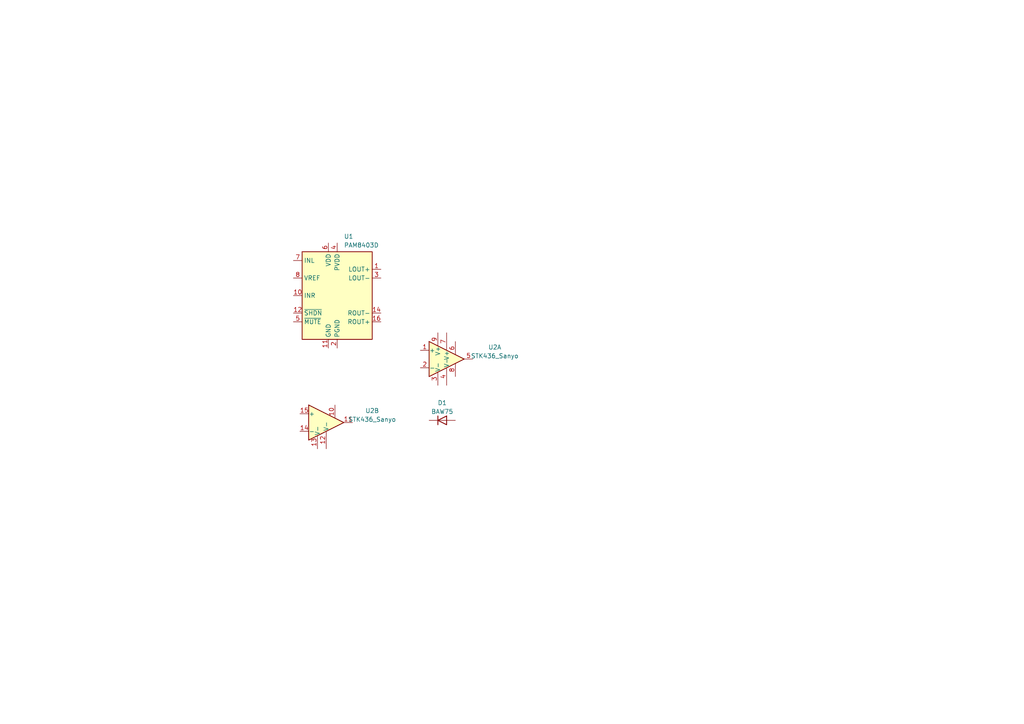
<source format=kicad_sch>
(kicad_sch (version 20230121) (generator eeschema)
  (paper "A4")
  (lib_symbols
    (symbol "Amplifier_Audio:PAM8403D"
      (property "Reference" "U" (at 1.27 16.51 0))
      (property "Value" "PAM8403D" (at 6.096 14.224 0))
      (symbol "PAM8403D_0_1"
        (rectangle (start -10.16 12.7) (end 10.16 -12.7) (stroke (width 0.254)) (fill (type background)))
      )
      (symbol "PAM8403D_1_1"
        (pin output line (at 12.7 7.62 180) (length 2.54) (name "LOUT+") (number "1"))
        (pin input line (at -12.7 0 0) (length 2.54) (name "INR") (number "10"))
        (pin power_in line (at -2.54 -15.24 90) (length 2.54) (name "GND") (number "11"))
        (pin input line (at -12.7 -5.08 0) (length 2.54) (name "~{SHDN}") (number "12"))
        (pin passive line (at 0 15.24 270) (length 2.54) hide (name "PVDD") (number "13"))
        (pin output line (at 12.7 -5.08 180) (length 2.54) (name "ROUT-") (number "14"))
        (pin passive line (at 0 -15.24 90) (length 2.54) hide (name "PGND") (number "15"))
        (pin output line (at 12.7 -7.62 180) (length 2.54) (name "ROUT+") (number "16"))
        (pin power_in line (at 0 -15.24 90) (length 2.54) (name "PGND") (number "2"))
        (pin output line (at 12.7 5.08 180) (length 2.54) (name "LOUT-") (number "3"))
        (pin power_in line (at 0 15.24 270) (length 2.54) (name "PVDD") (number "4"))
        (pin input line (at -12.7 -7.62 0) (length 2.54) (name "~{MUTE}") (number "5"))
        (pin power_in line (at -2.54 15.24 270) (length 2.54) (name "VDD") (number "6"))
        (pin input line (at -12.7 10.16 0) (length 2.54) (name "INL") (number "7"))
        (pin input line (at -12.7 5.08 0) (length 2.54) (name "VREF") (number "8"))
        (pin no_connect line (at 10.16 -10.16 180) (length 2.54) hide (name "NC") (number "9"))
      )
    )
    (symbol "Amplifier_Audio:STK436_Sanyo" (pin_names (offset 0.0254))
      (property "Reference" "U" (at 3.81 5.08 0))
      (property "Value" "STK436_Sanyo" (at 3.81 2.54 0))
      (symbol "STK436_Sanyo_0_1"
        (polyline (pts (xy -5.08 5.08) (xy 5.08 0) (xy -5.08 -5.08) (xy -5.08 5.08)) (stroke (width 0.254)) (fill (type background)))
      )
      (symbol "STK436_Sanyo_1_1"
        (pin input line (at -7.62 2.54 0) (length 2.54) (name "+") (number "1"))
        (pin input line (at -7.62 -2.54 0) (length 2.54) (name "-") (number "2"))
        (pin power_in line (at -2.54 -7.62 90) (length 3.81) (name "V-") (number "3"))
        (pin power_in line (at 0 -7.62 90) (length 5.08) (name "V-") (number "4"))
        (pin output line (at 7.62 0 180) (length 2.54) (name "~") (number "5"))
        (pin passive line (at 2.54 5.08 270) (length 3.81) (name "~") (number "6"))
        (pin power_in line (at 0 7.62 270) (length 5.08) (name "V+") (number "7"))
        (pin power_in line (at 2.54 -5.08 90) (length 3.81) (name "~") (number "8"))
        (pin power_in line (at -2.54 7.62 270) (length 3.81) (name "V+") (number "9"))
      )
      (symbol "STK436_Sanyo_2_1"
        (pin passive line (at 2.54 5.08 270) (length 3.81) (name "~") (number "10"))
        (pin output line (at 7.62 0 180) (length 2.54) (name "~") (number "11"))
        (pin power_in line (at 0 -7.62 90) (length 5.08) (name "V-") (number "12"))
        (pin power_in line (at -2.54 -7.62 90) (length 3.81) (name "V-") (number "13"))
        (pin input line (at -7.62 -2.54 0) (length 2.54) (name "-") (number "14"))
        (pin input line (at -7.62 2.54 0) (length 2.54) (name "+") (number "15"))
      )
    )
    (symbol "Diode:BAW75" (pin_numbers hide) (pin_names hide)
      (property "Reference" "D" (at 0 2.54 0))
      (property "Value" "BAW75" (at 0 -2.54 0))
      (symbol "BAW75_0_1"
        (polyline (pts (xy -1.27 1.27) (xy -1.27 -1.27)) (stroke (width 0.254)))
        (polyline (pts (xy 1.27 0) (xy -1.27 0)))
        (polyline (pts (xy 1.27 1.27) (xy 1.27 -1.27) (xy -1.27 0) (xy 1.27 1.27)) (stroke (width 0.254)))
      )
      (symbol "BAW75_1_1"
        (pin passive line (at -3.81 0 0) (length 2.54) (name "K") (number "1"))
        (pin passive line (at 3.81 0 180) (length 2.54) (name "A") (number "2"))
      )
    )
  )
  (symbol (lib_id "Amplifier_Audio:STK436_Sanyo") (at 129.54 104.14 0) (unit 1)
    (property "Reference" "U2" (at 143.51 100.7111 0))
    (property "Value" "STK436_Sanyo" (at 143.51 103.2511 0))
    (property "Footprint" "Package_SIP:Sanyo_STK4xx-15_59.2x8.0mm_P2.54mm" (effects hide))
    (property "Datasheet" "http://datasheet.octopart.com/STK430-Sanyo-datasheet-107060.pdf" (effects hide))
  )
  (symbol (lib_id "Amplifier_Audio:STK436_Sanyo") (at 94.615 122.555 0) (unit 2)
    (property "Reference" "U2" (at 107.95 119.1261 0))
    (property "Value" "STK436_Sanyo" (at 107.95 121.6661 0))
    (property "Footprint" "Package_SIP:Sanyo_STK4xx-15_59.2x8.0mm_P2.54mm" (effects hide))
    (property "Datasheet" "http://datasheet.octopart.com/STK430-Sanyo-datasheet-107060.pdf" (effects hide))
  )
  (symbol (lib_id "Diode:BAW75") (at 128.27 121.92 0) (unit 1)
    (property "Reference" "D1" (at 128.27 116.84 0))
    (property "Value" "BAW75" (at 128.27 119.38 0))
    (property "Footprint" "Diode_THT:D_DO-35_SOD27_P7.62mm_Horizontal" (effects hide))
    (property "Datasheet" "http://www.vishay.com/docs/85550/baw75.pdf" (effects hide))
    (property "Sim.Device" "D" (effects hide))
    (property "Sim.Pins" "1=K 2=A" (effects hide))
  )
  (symbol (lib_id "Amplifier_Audio:PAM8403D") (at 97.79 85.725 0) (unit 1)
    (property "Reference" "U1" (at 99.7459 68.58 0) (effects (justify left)))
    (property "Value" "PAM8403D" (at 99.7459 71.12 0) (effects (justify left)))
    (property "Footprint" "Package_SO:SOP-16_3.9x9.9mm_P1.27mm" (effects hide))
    (property "Datasheet" "https://www.diodes.com/assets/Datasheets/PAM8403.pdf" (effects hide))
  )
)
</source>
